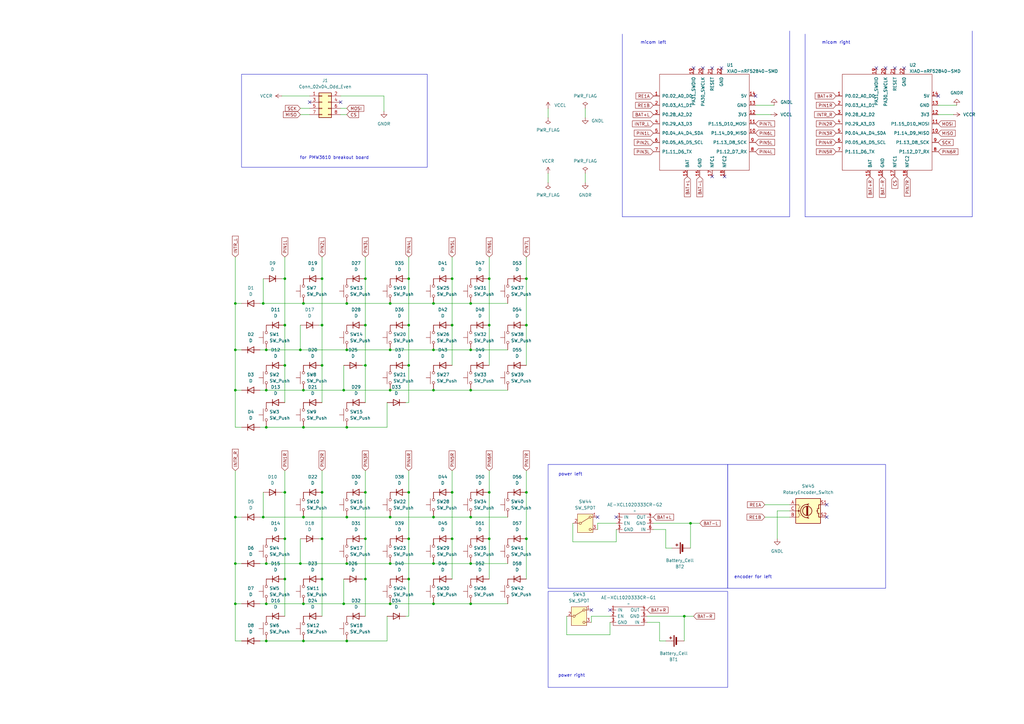
<source format=kicad_sch>
(kicad_sch (version 20250114) (generator "eeschema") (generator_version "9.0")
  (paper "A3")
  (rectangle (start 298.45 190.5) (end 363.22 241.3))
  (rectangle (start 224.79 190.5) (end 298.45 241.3))
  (rectangle (start 99.06 30.48) (end 175.26 68.58))
  (rectangle (start 224.79 242.57) (end 298.45 281.94))
  (text "for PMW3610 breakout board\n" (at 137.16 64.77 0) (effects (font (size 1.27 1.27))))
  (text "encoder for left\n" (at 308.864 236.728 0) (effects (font (size 1.27 1.27))))
  (text "micom right\n" (exclude_from_sim yes) (at 342.9 17.526 0) (effects (font (size 1.27 1.27))))
  (text "power left\n" (at 233.934 194.564 0) (effects (font (size 1.27 1.27))))
  (text "power right\n" (at 234.442 277.114 0) (effects (font (size 1.27 1.27))))
  (text "micom left\n" (exclude_from_sim yes) (at 267.97 17.526 0) (effects (font (size 1.27 1.27))))
  (junction (at 124.46 262.89))
  (junction (at 177.8 160.02))
  (junction (at 116.84 220.98))
  (junction (at 142.24 262.89))
  (junction (at 124.46 247.65))
  (junction (at 142.24 231.14))
  (junction (at 96.52 124.46))
  (junction (at 160.02 212.09))
  (junction (at 142.24 175.26))
  (junction (at 107.95 212.09))
  (junction (at 109.22 175.26))
  (junction (at 193.04 231.14))
  (junction (at 124.46 160.02))
  (junction (at 149.86 114.3))
  (junction (at 142.24 143.51))
  (junction (at 124.46 212.09))
  (junction (at 116.84 201.93))
  (junction (at 200.66 201.93))
  (junction (at 140.97 247.65))
  (junction (at 177.8 247.65))
  (junction (at 167.64 237.49))
  (junction (at 160.02 124.46))
  (junction (at 132.08 201.93))
  (junction (at 185.42 133.35))
  (junction (at 116.84 114.3))
  (junction (at 200.66 114.3))
  (junction (at 132.08 237.49))
  (junction (at 142.24 124.46))
  (junction (at 215.9 114.3))
  (junction (at 167.64 201.93))
  (junction (at 132.08 114.3))
  (junction (at 185.42 220.98))
  (junction (at 149.86 201.93))
  (junction (at 149.86 220.98))
  (junction (at 193.04 124.46))
  (junction (at 177.8 124.46))
  (junction (at 193.04 143.51))
  (junction (at 109.22 143.51))
  (junction (at 215.9 133.35))
  (junction (at 177.8 212.09))
  (junction (at 160.02 231.14))
  (junction (at 283.21 214.63))
  (junction (at 149.86 237.49))
  (junction (at 167.64 133.35))
  (junction (at 215.9 220.98))
  (junction (at 132.08 220.98))
  (junction (at 124.46 175.26))
  (junction (at 123.19 143.51))
  (junction (at 96.52 247.65))
  (junction (at 96.52 231.14))
  (junction (at 149.86 149.86))
  (junction (at 149.86 133.35))
  (junction (at 177.8 231.14))
  (junction (at 123.19 231.14))
  (junction (at 116.84 133.35))
  (junction (at 107.95 124.46))
  (junction (at 167.64 149.86))
  (junction (at 109.22 160.02))
  (junction (at 185.42 201.93))
  (junction (at 185.42 114.3))
  (junction (at 142.24 212.09))
  (junction (at 124.46 124.46))
  (junction (at 132.08 133.35))
  (junction (at 200.66 220.98))
  (junction (at 109.22 262.89))
  (junction (at 160.02 247.65))
  (junction (at 193.04 247.65))
  (junction (at 167.64 114.3))
  (junction (at 200.66 133.35))
  (junction (at 280.67 252.73))
  (junction (at 109.22 231.14))
  (junction (at 116.84 149.86))
  (junction (at 177.8 143.51))
  (junction (at 109.22 247.65))
  (junction (at 132.08 149.86))
  (junction (at 193.04 160.02))
  (junction (at 96.52 160.02))
  (junction (at 215.9 201.93))
  (junction (at 96.52 143.51))
  (junction (at 193.04 212.09))
  (junction (at 167.64 220.98))
  (junction (at 116.84 237.49))
  (junction (at 96.52 212.09))
  (junction (at 160.02 143.51))
  (junction (at 140.97 160.02))
  (junction (at 160.02 160.02))
  (no_connect (at 309.88 39.37))
  (no_connect (at 363.22 27.94))
  (no_connect (at 139.7 41.91))
  (no_connect (at 250.19 250.19))
  (no_connect (at 292.1 27.94))
  (no_connect (at 295.91 27.94))
  (no_connect (at 339.09 207.01))
  (no_connect (at 370.84 27.94))
  (no_connect (at 292.1 72.39))
  (no_connect (at 339.09 212.09))
  (no_connect (at 288.29 27.94))
  (no_connect (at 242.57 250.19))
  (no_connect (at 284.48 27.94))
  (no_connect (at 384.81 39.37))
  (no_connect (at 297.18 72.39))
  (no_connect (at 127 41.91))
  (no_connect (at 252.73 212.09))
  (no_connect (at 359.41 27.94))
  (no_connect (at 367.03 27.94))
  (no_connect (at 245.11 212.09))
  (wire (pts (xy 200.66 114.3) (xy 200.66 133.35)))
  (wire (pts (xy 273.05 224.79) (xy 275.59 224.79)))
  (wire (pts (xy 167.64 133.35) (xy 167.64 149.86)))
  (wire (pts (xy 270.51 262.89) (xy 270.51 255.27)))
  (wire (pts (xy 177.8 143.51) (xy 193.04 143.51)))
  (wire (pts (xy 313.69 212.09) (xy 323.85 212.09)))
  (wire (pts (xy 215.9 201.93) (xy 215.9 220.98)))
  (wire (pts (xy 200.66 133.35) (xy 200.66 149.86)))
  (wire (pts (xy 148.59 149.86) (xy 149.86 149.86)))
  (wire (pts (xy 96.52 231.14) (xy 99.06 231.14)))
  (wire (pts (xy 160.02 160.02) (xy 177.8 160.02)))
  (wire (pts (xy 124.46 160.02) (xy 140.97 160.02)))
  (wire (pts (xy 149.86 193.04) (xy 149.86 201.93)))
  (wire (pts (xy 240.03 71.12) (xy 240.03 74.93)))
  (wire (pts (xy 107.95 201.93) (xy 107.95 212.09)))
  (wire (pts (xy 284.48 252.73) (xy 280.67 252.73)))
  (wire (pts (xy 215.9 105.41) (xy 215.9 114.3)))
  (wire (pts (xy 96.52 143.51) (xy 96.52 160.02)))
  (wire (pts (xy 280.67 252.73) (xy 280.67 262.89)))
  (wire (pts (xy 185.42 114.3) (xy 185.42 133.35)))
  (wire (pts (xy 167.64 114.3) (xy 167.64 133.35)))
  (wire (pts (xy 149.86 114.3) (xy 149.86 133.35)))
  (wire (pts (xy 132.08 220.98) (xy 132.08 237.49)))
  (wire (pts (xy 250.19 260.35) (xy 232.41 260.35)))
  (wire (pts (xy 177.8 231.14) (xy 193.04 231.14)))
  (wire (pts (xy 116.84 193.04) (xy 116.84 201.93)))
  (wire (pts (xy 140.97 149.86) (xy 140.97 160.02)))
  (wire (pts (xy 116.84 237.49) (xy 116.84 252.73)))
  (wire (pts (xy 283.21 214.63) (xy 283.21 224.79)))
  (wire (pts (xy 160.02 231.14) (xy 177.8 231.14)))
  (wire (pts (xy 185.42 193.04) (xy 185.42 201.93)))
  (wire (pts (xy 106.68 143.51) (xy 109.22 143.51)))
  (wire (pts (xy 142.24 212.09) (xy 160.02 212.09)))
  (wire (pts (xy 224.79 48.26) (xy 224.79 44.45)))
  (wire (pts (xy 107.95 124.46) (xy 124.46 124.46)))
  (wire (pts (xy 149.86 149.86) (xy 149.86 165.1)))
  (wire (pts (xy 193.04 247.65) (xy 208.28 247.65)))
  (wire (pts (xy 115.57 39.37) (xy 127 39.37)))
  (wire (pts (xy 132.08 105.41) (xy 132.08 114.3)))
  (wire (pts (xy 149.86 237.49) (xy 149.86 252.73)))
  (wire (pts (xy 142.24 175.26) (xy 158.75 175.26)))
  (wire (pts (xy 287.02 214.63) (xy 283.21 214.63)))
  (wire (pts (xy 132.08 237.49) (xy 132.08 252.73)))
  (polyline (pts (xy 323.85 12.7) (xy 323.85 88.9)))
  (wire (pts (xy 200.66 193.04) (xy 200.66 201.93)))
  (wire (pts (xy 215.9 114.3) (xy 215.9 133.35)))
  (wire (pts (xy 96.52 143.51) (xy 99.06 143.51)))
  (wire (pts (xy 123.19 220.98) (xy 123.19 231.14)))
  (wire (pts (xy 167.64 220.98) (xy 167.64 237.49)))
  (wire (pts (xy 106.68 231.14) (xy 109.22 231.14)))
  (wire (pts (xy 116.84 133.35) (xy 116.84 149.86)))
  (wire (pts (xy 148.59 237.49) (xy 149.86 237.49)))
  (polyline (pts (xy 330.2 13.97) (xy 330.2 88.9)))
  (wire (pts (xy 200.66 105.41) (xy 200.66 114.3)))
  (wire (pts (xy 139.7 46.99) (xy 142.24 46.99)))
  (wire (pts (xy 149.86 133.35) (xy 149.86 149.86)))
  (wire (pts (xy 124.46 262.89) (xy 142.24 262.89)))
  (wire (pts (xy 193.04 124.46) (xy 208.28 124.46)))
  (wire (pts (xy 160.02 247.65) (xy 177.8 247.65)))
  (wire (pts (xy 309.88 46.99) (xy 316.23 46.99)))
  (wire (pts (xy 157.48 39.37) (xy 157.48 45.72)))
  (wire (pts (xy 167.64 149.86) (xy 167.64 165.1)))
  (polyline (pts (xy 255.27 88.9) (xy 323.85 88.9)))
  (wire (pts (xy 384.81 43.18) (xy 392.43 43.18)))
  (wire (pts (xy 142.24 143.51) (xy 160.02 143.51)))
  (wire (pts (xy 140.97 160.02) (xy 160.02 160.02)))
  (wire (pts (xy 273.05 217.17) (xy 267.97 217.17)))
  (wire (pts (xy 115.57 114.3) (xy 116.84 114.3)))
  (wire (pts (xy 96.52 262.89) (xy 99.06 262.89)))
  (wire (pts (xy 193.04 143.51) (xy 208.28 143.51)))
  (wire (pts (xy 200.66 201.93) (xy 200.66 220.98)))
  (wire (pts (xy 96.52 212.09) (xy 99.06 212.09)))
  (wire (pts (xy 116.84 105.41) (xy 116.84 114.3)))
  (wire (pts (xy 252.73 217.17) (xy 252.73 222.25)))
  (wire (pts (xy 106.68 124.46) (xy 107.95 124.46)))
  (wire (pts (xy 116.84 220.98) (xy 116.84 237.49)))
  (wire (pts (xy 250.19 252.73) (xy 242.57 252.73)))
  (wire (pts (xy 109.22 262.89) (xy 124.46 262.89)))
  (wire (pts (xy 160.02 212.09) (xy 177.8 212.09)))
  (wire (pts (xy 96.52 247.65) (xy 96.52 262.89)))
  (polyline (pts (xy 330.2 88.9) (xy 398.78 88.9)))
  (wire (pts (xy 270.51 262.89) (xy 273.05 262.89)))
  (wire (pts (xy 140.97 237.49) (xy 140.97 247.65)))
  (wire (pts (xy 123.19 231.14) (xy 142.24 231.14)))
  (wire (pts (xy 109.22 247.65) (xy 124.46 247.65)))
  (wire (pts (xy 234.95 222.25) (xy 234.95 214.63)))
  (wire (pts (xy 149.86 105.41) (xy 149.86 114.3)))
  (wire (pts (xy 177.8 124.46) (xy 193.04 124.46)))
  (wire (pts (xy 158.75 165.1) (xy 158.75 175.26)))
  (wire (pts (xy 106.68 160.02) (xy 109.22 160.02)))
  (wire (pts (xy 96.52 105.41) (xy 96.52 124.46)))
  (wire (pts (xy 160.02 143.51) (xy 177.8 143.51)))
  (wire (pts (xy 115.57 201.93) (xy 116.84 201.93)))
  (wire (pts (xy 132.08 133.35) (xy 132.08 149.86)))
  (wire (pts (xy 224.79 74.93) (xy 224.79 71.12)))
  (wire (pts (xy 116.84 201.93) (xy 116.84 220.98)))
  (wire (pts (xy 132.08 149.86) (xy 132.08 165.1)))
  (wire (pts (xy 318.77 209.55) (xy 318.77 220.98)))
  (wire (pts (xy 123.19 143.51) (xy 142.24 143.51)))
  (wire (pts (xy 96.52 212.09) (xy 96.52 231.14)))
  (wire (pts (xy 177.8 212.09) (xy 193.04 212.09)))
  (wire (pts (xy 323.85 209.55) (xy 318.77 209.55)))
  (wire (pts (xy 96.52 124.46) (xy 96.52 143.51)))
  (wire (pts (xy 185.42 220.98) (xy 185.42 237.49)))
  (wire (pts (xy 96.52 160.02) (xy 99.06 160.02)))
  (wire (pts (xy 309.88 43.18) (xy 317.5 43.18)))
  (wire (pts (xy 158.75 252.73) (xy 158.75 262.89)))
  (wire (pts (xy 132.08 114.3) (xy 132.08 133.35)))
  (wire (pts (xy 240.03 44.45) (xy 240.03 48.26)))
  (wire (pts (xy 252.73 222.25) (xy 234.95 222.25)))
  (wire (pts (xy 215.9 220.98) (xy 215.9 237.49)))
  (wire (pts (xy 116.84 149.86) (xy 116.84 165.1)))
  (wire (pts (xy 130.81 220.98) (xy 132.08 220.98)))
  (wire (pts (xy 96.52 124.46) (xy 99.06 124.46)))
  (wire (pts (xy 96.52 193.04) (xy 96.52 212.09)))
  (wire (pts (xy 106.68 247.65) (xy 109.22 247.65)))
  (wire (pts (xy 107.95 114.3) (xy 107.95 124.46)))
  (wire (pts (xy 96.52 231.14) (xy 96.52 247.65)))
  (wire (pts (xy 160.02 124.46) (xy 177.8 124.46)))
  (wire (pts (xy 280.67 252.73) (xy 265.43 252.73)))
  (wire (pts (xy 124.46 175.26) (xy 142.24 175.26)))
  (wire (pts (xy 139.7 39.37) (xy 157.48 39.37)))
  (wire (pts (xy 124.46 212.09) (xy 142.24 212.09)))
  (wire (pts (xy 132.08 201.93) (xy 132.08 220.98)))
  (wire (pts (xy 242.57 252.73) (xy 242.57 255.27)))
  (wire (pts (xy 106.68 262.89) (xy 109.22 262.89)))
  (wire (pts (xy 270.51 255.27) (xy 265.43 255.27)))
  (wire (pts (xy 107.95 212.09) (xy 124.46 212.09)))
  (wire (pts (xy 96.52 160.02) (xy 96.52 175.26)))
  (wire (pts (xy 106.68 175.26) (xy 109.22 175.26)))
  (wire (pts (xy 166.37 252.73) (xy 167.64 252.73)))
  (polyline (pts (xy 255.27 13.97) (xy 255.27 88.9)))
  (wire (pts (xy 109.22 175.26) (xy 124.46 175.26)))
  (wire (pts (xy 109.22 143.51) (xy 123.19 143.51)))
  (wire (pts (xy 215.9 133.35) (xy 215.9 149.86)))
  (wire (pts (xy 130.81 133.35) (xy 132.08 133.35)))
  (wire (pts (xy 273.05 224.79) (xy 273.05 217.17)))
  (wire (pts (xy 123.19 46.99) (xy 127 46.99)))
  (wire (pts (xy 124.46 124.46) (xy 142.24 124.46)))
  (wire (pts (xy 283.21 214.63) (xy 267.97 214.63)))
  (wire (pts (xy 245.11 214.63) (xy 245.11 217.17)))
  (wire (pts (xy 177.8 160.02) (xy 193.04 160.02)))
  (wire (pts (xy 124.46 247.65) (xy 140.97 247.65)))
  (wire (pts (xy 96.52 175.26) (xy 99.06 175.26)))
  (wire (pts (xy 142.24 231.14) (xy 160.02 231.14)))
  (wire (pts (xy 109.22 231.14) (xy 123.19 231.14)))
  (wire (pts (xy 149.86 220.98) (xy 149.86 237.49)))
  (wire (pts (xy 193.04 231.14) (xy 208.28 231.14)))
  (wire (pts (xy 140.97 247.65) (xy 160.02 247.65)))
  (wire (pts (xy 200.66 220.98) (xy 200.66 237.49)))
  (polyline (pts (xy 398.78 12.7) (xy 398.78 88.9)))
  (wire (pts (xy 96.52 247.65) (xy 99.06 247.65)))
  (wire (pts (xy 167.64 105.41) (xy 167.64 114.3)))
  (wire (pts (xy 142.24 124.46) (xy 160.02 124.46)))
  (wire (pts (xy 185.42 105.41) (xy 185.42 114.3)))
  (wire (pts (xy 109.22 160.02) (xy 124.46 160.02)))
  (wire (pts (xy 177.8 247.65) (xy 193.04 247.65)))
  (wire (pts (xy 193.04 160.02) (xy 208.28 160.02)))
  (wire (pts (xy 384.81 46.99) (xy 391.16 46.99)))
  (wire (pts (xy 142.24 262.89) (xy 158.75 262.89)))
  (wire (pts (xy 185.42 201.93) (xy 185.42 220.98)))
  (wire (pts (xy 313.69 207.01) (xy 323.85 207.01)))
  (wire (pts (xy 123.19 133.35) (xy 123.19 143.51)))
  (wire (pts (xy 167.64 201.93) (xy 167.64 220.98)))
  (wire (pts (xy 215.9 193.04) (xy 215.9 201.93)))
  (wire (pts (xy 185.42 133.35) (xy 185.42 149.86)))
  (wire (pts (xy 250.19 255.27) (xy 250.19 260.35)))
  (wire (pts (xy 252.73 214.63) (xy 245.11 214.63)))
  (wire (pts (xy 106.68 212.09) (xy 107.95 212.09)))
  (wire (pts (xy 232.41 260.35) (xy 232.41 252.73)))
  (wire (pts (xy 166.37 165.1) (xy 167.64 165.1)))
  (wire (pts (xy 193.04 212.09) (xy 208.28 212.09)))
  (wire (pts (xy 149.86 201.93) (xy 149.86 220.98)))
  (wire (pts (xy 116.84 114.3) (xy 116.84 133.35)))
  (wire (pts (xy 167.64 193.04) (xy 167.64 201.93)))
  (wire (pts (xy 139.7 44.45) (xy 142.24 44.45)))
  (wire (pts (xy 132.08 193.04) (xy 132.08 201.93)))
  (wire (pts (xy 167.64 237.49) (xy 167.64 252.73)))
  (wire (pts (xy 123.19 44.45) (xy 127 44.45)))
  (global_label "BAT-L" (shape input) (at 287.02 214.63 0) (property "Intersheetrefs" "${INTERSHEET_REFS}" (effects (hide yes))))
  (global_label "PIN2L" (shape input) (at 267.97 58.42 180) (property "Intersheetrefs" "${INTERSHEET_REFS}" (effects (hide yes))))
  (global_label "RE1A" (shape input) (at 267.97 39.37 180) (property "Intersheetrefs" "${INTERSHEET_REFS}" (effects (hide yes))))
  (global_label "MISO" (shape input) (at 123.19 46.99 180) (property "Intersheetrefs" "${INTERSHEET_REFS}" (effects (hide yes))))
  (global_label "PIN6R" (shape input) (at 384.81 62.23 0) (property "Intersheetrefs" "${INTERSHEET_REFS}" (effects (hide yes))))
  (global_label "PIN4R" (shape input) (at 342.9 58.42 180) (property "Intersheetrefs" "${INTERSHEET_REFS}" (effects (hide yes))))
  (global_label "BAT+L" (shape input) (at 267.97 212.09 0) (property "Intersheetrefs" "${INTERSHEET_REFS}" (effects (hide yes))))
  (global_label "INTR_R" (shape input) (at 342.9 46.99 180) (property "Intersheetrefs" "${INTERSHEET_REFS}" (effects (hide yes))))
  (global_label "PIN6L" (shape input) (at 309.88 54.61 0) (property "Intersheetrefs" "${INTERSHEET_REFS}" (effects (hide yes))))
  (global_label "PIN1L" (shape input) (at 116.84 105.41 90) (property "Intersheetrefs" "${INTERSHEET_REFS}" (effects (hide yes))))
  (global_label "PIN4R" (shape input) (at 167.64 193.04 90) (property "Intersheetrefs" "${INTERSHEET_REFS}" (effects (hide yes))))
  (global_label "MOSI" (shape input) (at 384.81 50.8 0) (property "Intersheetrefs" "${INTERSHEET_REFS}" (effects (hide yes))))
  (global_label "MOSI" (shape input) (at 142.24 44.45 0) (property "Intersheetrefs" "${INTERSHEET_REFS}" (effects (hide yes))))
  (global_label "RE1B" (shape input) (at 313.69 212.09 180) (property "Intersheetrefs" "${INTERSHEET_REFS}" (effects (hide yes))))
  (global_label "BAT-R" (shape input) (at 361.95 72.39 270) (property "Intersheetrefs" "${INTERSHEET_REFS}" (effects (hide yes))))
  (global_label "PIN6L" (shape input) (at 200.66 105.41 90) (property "Intersheetrefs" "${INTERSHEET_REFS}" (effects (hide yes))))
  (global_label "INTR_L" (shape input) (at 96.52 105.41 90) (property "Intersheetrefs" "${INTERSHEET_REFS}" (effects (hide yes))))
  (global_label "PIN1R" (shape input) (at 342.9 43.18 180) (property "Intersheetrefs" "${INTERSHEET_REFS}" (effects (hide yes))))
  (global_label "BAT-R" (shape input) (at 284.48 252.73 0) (property "Intersheetrefs" "${INTERSHEET_REFS}" (effects (hide yes))))
  (global_label "BAT-L" (shape input) (at 287.02 72.39 270) (property "Intersheetrefs" "${INTERSHEET_REFS}" (effects (hide yes))))
  (global_label "PIN2L" (shape input) (at 132.08 105.41 90) (property "Intersheetrefs" "${INTERSHEET_REFS}" (effects (hide yes))))
  (global_label "PIN3L" (shape input) (at 267.97 62.23 180) (property "Intersheetrefs" "${INTERSHEET_REFS}" (effects (hide yes))))
  (global_label "BAT+R" (shape input) (at 342.9 39.37 180) (property "Intersheetrefs" "${INTERSHEET_REFS}" (effects (hide yes))))
  (global_label "BAT+R" (shape input) (at 265.43 250.19 0) (property "Intersheetrefs" "${INTERSHEET_REFS}" (effects (hide yes))))
  (global_label "BAT+L" (shape input) (at 281.94 72.39 270) (property "Intersheetrefs" "${INTERSHEET_REFS}" (effects (hide yes))))
  (global_label "PIN5L" (shape input) (at 309.88 58.42 0) (property "Intersheetrefs" "${INTERSHEET_REFS}" (effects (hide yes))))
  (global_label "CS" (shape input) (at 367.03 72.39 270) (property "Intersheetrefs" "${INTERSHEET_REFS}" (effects (hide yes))))
  (global_label "PIN5L" (shape input) (at 185.42 105.41 90) (property "Intersheetrefs" "${INTERSHEET_REFS}" (effects (hide yes))))
  (global_label "SCK" (shape input) (at 384.81 58.42 0) (property "Intersheetrefs" "${INTERSHEET_REFS}" (effects (hide yes))))
  (global_label "PIN1L" (shape input) (at 267.97 54.61 180) (property "Intersheetrefs" "${INTERSHEET_REFS}" (effects (hide yes))))
  (global_label "INTR_L" (shape input) (at 267.97 50.8 180) (property "Intersheetrefs" "${INTERSHEET_REFS}" (effects (hide yes))))
  (global_label "PIN7R" (shape input) (at 372.11 72.39 270) (property "Intersheetrefs" "${INTERSHEET_REFS}" (effects (hide yes))))
  (global_label "PIN5R" (shape input) (at 342.9 62.23 180) (property "Intersheetrefs" "${INTERSHEET_REFS}" (effects (hide yes))))
  (global_label "PIN2R" (shape input) (at 132.08 193.04 90) (property "Intersheetrefs" "${INTERSHEET_REFS}" (effects (hide yes))))
  (global_label "PIN3R" (shape input) (at 149.86 193.04 90) (property "Intersheetrefs" "${INTERSHEET_REFS}" (effects (hide yes))))
  (global_label "PIN3R" (shape input) (at 342.9 54.61 180) (property "Intersheetrefs" "${INTERSHEET_REFS}" (effects (hide yes))))
  (global_label "BAT+R" (shape input) (at 356.87 72.39 270) (property "Intersheetrefs" "${INTERSHEET_REFS}" (effects (hide yes))))
  (global_label "PIN4L" (shape input) (at 309.88 62.23 0) (property "Intersheetrefs" "${INTERSHEET_REFS}" (effects (hide yes))))
  (global_label "PIN4L" (shape input) (at 167.64 105.41 90) (property "Intersheetrefs" "${INTERSHEET_REFS}" (effects (hide yes))))
  (global_label "PIN7L" (shape input) (at 309.88 50.8 0) (property "Intersheetrefs" "${INTERSHEET_REFS}" (effects (hide yes))))
  (global_label "PIN6R" (shape input) (at 200.66 193.04 90) (property "Intersheetrefs" "${INTERSHEET_REFS}" (effects (hide yes))))
  (global_label "SCK" (shape input) (at 123.19 44.45 180) (property "Intersheetrefs" "${INTERSHEET_REFS}" (effects (hide yes))))
  (global_label "RE1A" (shape input) (at 313.69 207.01 180) (property "Intersheetrefs" "${INTERSHEET_REFS}" (effects (hide yes))))
  (global_label "PIN3L" (shape input) (at 149.86 105.41 90) (property "Intersheetrefs" "${INTERSHEET_REFS}" (effects (hide yes))))
  (global_label "MISO" (shape input) (at 384.81 54.61 0) (property "Intersheetrefs" "${INTERSHEET_REFS}" (effects (hide yes))))
  (global_label "CS" (shape input) (at 142.24 46.99 0) (property "Intersheetrefs" "${INTERSHEET_REFS}" (effects (hide yes))))
  (global_label "INTR_R" (shape input) (at 96.52 193.04 90) (property "Intersheetrefs" "${INTERSHEET_REFS}" (effects (hide yes))))
  (global_label "PIN5R" (shape input) (at 185.42 193.04 90) (property "Intersheetrefs" "${INTERSHEET_REFS}" (effects (hide yes))))
  (global_label "PIN1R" (shape input) (at 116.84 193.04 90) (property "Intersheetrefs" "${INTERSHEET_REFS}" (effects (hide yes))))
  (global_label "RE1B" (shape input) (at 267.97 43.18 180) (property "Intersheetrefs" "${INTERSHEET_REFS}" (effects (hide yes))))
  (global_label "PIN7R" (shape input) (at 215.9 193.04 90) (property "Intersheetrefs" "${INTERSHEET_REFS}" (effects (hide yes))))
  (global_label "BAT+L" (shape input) (at 267.97 46.99 180) (property "Intersheetrefs" "${INTERSHEET_REFS}" (effects (hide yes))))
  (global_label "PIN2R" (shape input) (at 342.9 50.8 180) (property "Intersheetrefs" "${INTERSHEET_REFS}" (effects (hide yes))))
  (global_label "PIN7L" (shape input) (at 215.9 105.41 90) (property "Intersheetrefs" "${INTERSHEET_REFS}" (effects (hide yes))))
  (symbol (lib_id "xiao:XIAO-nRF52840-SMD") (at 289.56 50.8 0) (unit 1)
    (property "Reference" "U1" (at 298.0533 26.67 0) (effects (justify left)))
    (property "Value" "XIAO-nRF52840-SMD" (at 298.0533 29.21 0) (effects (justify left)))
    (property "Footprint" "xiao:XIAO-nRF52840-SMD" (effects (hide yes)))
  )
  (symbol (lib_id "Device:D") (at 196.85 149.86 0) (unit 1)
    (property "Reference" "D49" (at 196.85 143.51 0))
    (property "Value" "D" (at 196.85 146.05 0))
    (property "Footprint" "kbd_Parts:Diode_SMD" (effects (hide yes)))
    (property "Description" "Diode" (effects (hide yes)))
    (property "Sim.Device" "D" (effects (hide yes)))
    (property "Sim.Pins" "1=K 2=A" (effects (hide yes)))
  )
  (symbol (lib_id "Device:D") (at 181.61 133.35 0) (unit 1)
    (property "Reference" "D42" (at 181.61 127 0))
    (property "Value" "D" (at 181.61 129.54 0))
    (property "Footprint" "kbd_Parts:Diode_SMD" (effects (hide yes)))
    (property "Description" "Diode" (effects (hide yes)))
    (property "Sim.Device" "D" (effects (hide yes)))
    (property "Sim.Pins" "1=K 2=A" (effects (hide yes)))
  )
  (symbol (lib_id "Device:D") (at 162.56 252.73 180) (unit 1)
    (property "Reference" "D34" (at 162.56 246.38 0))
    (property "Value" "D" (at 162.56 248.92 0))
    (property "Footprint" "kbd_Parts:Diode_SMD" (effects (hide yes)))
    (property "Description" "Diode" (effects (hide yes)))
    (property "Sim.Device" "D" (effects (hide yes)))
    (property "Sim.Pins" "1=K 2=A" (effects (hide yes)))
  )
  (symbol (lib_id "Switch:SW_Push") (at 208.28 226.06 90) (unit 1)
    (property "Reference" "SW41" (at 209.55 224.7899 90) (effects (justify right)))
    (property "Value" "SW_Push" (at 209.55 227.3299 90) (effects (justify right)))
    (property "Footprint" "kicad-lib:Choc_v2_Hotswap_1u_16.6" (effects (hide yes)))
    (property "Description" "Push button switch, generic, two pins" (effects (hide yes)))
  )
  (symbol (lib_id "Device:D") (at 113.03 252.73 0) (unit 1)
    (property "Reference" "D16" (at 113.03 246.38 0))
    (property "Value" "D" (at 113.03 248.92 0))
    (property "Footprint" "kbd_Parts:Diode_SMD" (effects (hide yes)))
    (property "Description" "Diode" (effects (hide yes)))
    (property "Sim.Device" "D" (effects (hide yes)))
    (property "Sim.Pins" "1=K 2=A" (effects (hide yes)))
  )
  (symbol (lib_id "Device:D") (at 128.27 165.1 0) (unit 1)
    (property "Reference" "D21" (at 128.27 158.75 0))
    (property "Value" "D" (at 128.27 161.29 0))
    (property "Footprint" "kbd_Parts:Diode_SMD" (effects (hide yes)))
    (property "Description" "Diode" (effects (hide yes)))
    (property "Sim.Device" "D" (effects (hide yes)))
    (property "Sim.Pins" "1=K 2=A" (effects (hide yes)))
  )
  (symbol (lib_id "Device:D") (at 181.61 201.93 0) (unit 1)
    (property "Reference" "D44" (at 181.61 195.58 0))
    (property "Value" "D" (at 181.61 198.12 0))
    (property "Footprint" "kbd_Parts:Diode_SMD" (effects (hide yes)))
    (property "Description" "Diode" (effects (hide yes)))
    (property "Sim.Device" "D" (effects (hide yes)))
    (property "Sim.Pins" "1=K 2=A" (effects (hide yes)))
  )
  (symbol (lib_id "Device:D") (at 196.85 133.35 0) (unit 1)
    (property "Reference" "D48" (at 196.85 127 0))
    (property "Value" "D" (at 196.85 129.54 0))
    (property "Footprint" "kbd_Parts:Diode_SMD" (effects (hide yes)))
    (property "Description" "Diode" (effects (hide yes)))
    (property "Sim.Device" "D" (effects (hide yes)))
    (property "Sim.Pins" "1=K 2=A" (effects (hide yes)))
  )
  (symbol (lib_id "Switch:SW_Push") (at 177.8 154.94 90) (unit 1)
    (property "Reference" "SW27" (at 179.07 153.6699 90) (effects (justify right)))
    (property "Value" "SW_Push" (at 179.07 156.2099 90) (effects (justify right)))
    (property "Footprint" "kicad-lib:Choc_v2_Hotswap_1u_16.6" (effects (hide yes)))
    (property "Description" "Push button switch, generic, two pins" (effects (hide yes)))
  )
  (symbol (lib_id "Device:D") (at 146.05 133.35 0) (unit 1)
    (property "Reference" "D28" (at 146.05 127 0))
    (property "Value" "D" (at 146.05 129.54 0))
    (property "Footprint" "kbd_Parts:Diode_SMD" (effects (hide yes)))
    (property "Description" "Diode" (effects (hide yes)))
    (property "Sim.Device" "D" (effects (hide yes)))
    (property "Sim.Pins" "1=K 2=A" (effects (hide yes)))
  )
  (symbol (lib_id "Switch:SW_Push") (at 109.22 170.18 90) (unit 1)
    (property "Reference" "SW3" (at 110.49 168.9099 90) (effects (justify right)))
    (property "Value" "SW_Push" (at 110.49 171.4499 90) (effects (justify right)))
    (property "Footprint" "kicad-lib:Choc_v2_Hotswap_1u_16.6" (effects (hide yes)))
    (property "Description" "Push button switch, generic, two pins" (effects (hide yes)))
  )
  (symbol (lib_id "Switch:SW_Push") (at 177.8 119.38 90) (unit 1)
    (property "Reference" "SW25" (at 179.07 118.1099 90) (effects (justify right)))
    (property "Value" "SW_Push" (at 179.07 120.6499 90) (effects (justify right)))
    (property "Footprint" "kicad-lib:Choc_v2_Hotswap_1u_16.6" (effects (hide yes)))
    (property "Description" "Push button switch, generic, two pins" (effects (hide yes)))
  )
  (symbol (lib_id "Device:D") (at 163.83 114.3 0) (unit 1)
    (property "Reference" "D35" (at 163.83 107.95 0))
    (property "Value" "D" (at 163.83 110.49 0))
    (property "Footprint" "kbd_Parts:Diode_SMD" (effects (hide yes)))
    (property "Description" "Diode" (effects (hide yes)))
    (property "Sim.Device" "D" (effects (hide yes)))
    (property "Sim.Pins" "1=K 2=A" (effects (hide yes)))
  )
  (symbol (lib_id "Switch:SW_Push") (at 193.04 226.06 90) (unit 1)
    (property "Reference" "SW35" (at 194.31 224.7899 90) (effects (justify right)))
    (property "Value" "SW_Push" (at 194.31 227.3299 90) (effects (justify right)))
    (property "Footprint" "kicad-lib:Choc_v2_Hotswap_1u_16.6" (effects (hide yes)))
    (property "Description" "Push button switch, generic, two pins" (effects (hide yes)))
  )
  (symbol (lib_id "Device:D") (at 102.87 231.14 0) (unit 1)
    (property "Reference" "D6" (at 102.87 224.79 0))
    (property "Value" "D" (at 102.87 227.33 0))
    (property "Footprint" "kbd_Parts:Diode_SMD" (effects (hide yes)))
    (property "Description" "Diode" (effects (hide yes)))
    (property "Sim.Device" "D" (effects (hide yes)))
    (property "Sim.Pins" "1=K 2=A" (effects (hide yes)))
  )
  (symbol (lib_id "power:VCC") (at 224.79 44.45 0) (unit 1)
    (property "Reference" "#PWR01" (effects (hide yes)))
    (property "Value" "VCCL" (at 227.33 43.1799 0) (effects (justify left)))
    (property "Description" "Power symbol creates a global label with name \"VCC\"" (effects (hide yes)))
  )
  (symbol (lib_id "Switch:SW_Push") (at 177.8 242.57 90) (unit 1)
    (property "Reference" "SW30" (at 179.07 241.2999 90) (effects (justify right)))
    (property "Value" "SW_Push" (at 179.07 243.8399 90) (effects (justify right)))
    (property "Footprint" "kicad-lib:Choc_v2_Hotswap_1u_16.6" (effects (hide yes)))
    (property "Description" "Push button switch, generic, two pins" (effects (hide yes)))
  )
  (symbol (lib_id "Switch:SW_Push") (at 193.04 154.94 90) (unit 1)
    (property "Reference" "SW33" (at 194.31 153.6699 90) (effects (justify right)))
    (property "Value" "SW_Push" (at 194.31 156.2099 90) (effects (justify right)))
    (property "Footprint" "kicad-lib:Choc_v2_Hotswap_1u_16.6" (effects (hide yes)))
    (property "Description" "Push button switch, generic, two pins" (effects (hide yes)))
  )
  (symbol (lib_id "Device:D") (at 163.83 201.93 0) (unit 1)
    (property "Reference" "D38" (at 163.83 195.58 0))
    (property "Value" "D" (at 163.83 198.12 0))
    (property "Footprint" "kbd_Parts:Diode_SMD" (effects (hide yes)))
    (property "Description" "Diode" (effects (hide yes)))
    (property "Sim.Device" "D" (effects (hide yes)))
    (property "Sim.Pins" "1=K 2=A" (effects (hide yes)))
  )
  (symbol (lib_id "Device:D") (at 102.87 247.65 0) (unit 1)
    (property "Reference" "D7" (at 102.87 241.3 0))
    (property "Value" "D" (at 102.87 243.84 0))
    (property "Footprint" "kbd_Parts:Diode_SMD" (effects (hide yes)))
    (property "Description" "Diode" (effects (hide yes)))
    (property "Sim.Device" "D" (effects (hide yes)))
    (property "Sim.Pins" "1=K 2=A" (effects (hide yes)))
  )
  (symbol (lib_id "Device:D") (at 196.85 201.93 0) (unit 1)
    (property "Reference" "D50" (at 196.85 195.58 0))
    (property "Value" "D" (at 196.85 198.12 0))
    (property "Footprint" "kbd_Parts:Diode_SMD" (effects (hide yes)))
    (property "Description" "Diode" (effects (hide yes)))
    (property "Sim.Device" "D" (effects (hide yes)))
    (property "Sim.Pins" "1=K 2=A" (effects (hide yes)))
  )
  (symbol (lib_id "Device:D") (at 212.09 201.93 0) (unit 1)
    (property "Reference" "D56" (at 212.09 195.58 0))
    (property "Value" "D" (at 212.09 198.12 0))
    (property "Footprint" "kbd_Parts:Diode_SMD" (effects (hide yes)))
    (property "Description" "Diode" (effects (hide yes)))
    (property "Sim.Device" "D" (effects (hide yes)))
    (property "Sim.Pins" "1=K 2=A" (effects (hide yes)))
  )
  (symbol (lib_id "Device:D") (at 111.76 114.3 180) (unit 1)
    (property "Reference" "D9" (at 111.76 107.95 0))
    (property "Value" "D" (at 111.76 110.49 0))
    (property "Footprint" "kbd_Parts:Diode_SMD" (effects (hide yes)))
    (property "Description" "Diode" (effects (hide yes)))
    (property "Sim.Device" "D" (effects (hide yes)))
    (property "Sim.Pins" "1=K 2=A" (effects (hide yes)))
  )
  (symbol (lib_id "Switch:SW_Push") (at 124.46 119.38 90) (unit 1)
    (property "Reference" "SW7" (at 125.73 118.1099 90) (effects (justify right)))
    (property "Value" "SW_Push" (at 125.73 120.6499 90) (effects (justify right)))
    (property "Footprint" "kicad-lib:Choc_v2_Hotswap_1u_16.6" (effects (hide yes)))
    (property "Description" "Push button switch, generic, two pins" (effects (hide yes)))
  )
  (symbol (lib_id "Device:RotaryEncoder_Switch") (at 331.47 209.55 0) (unit 1)
    (property "Reference" "SW45" (at 331.47 199.39 0))
    (property "Value" "RotaryEncoder_Switch" (at 331.47 201.93 0))
    (property "Footprint" "kbd_Parts:RotaryEncoder_EC12E" (effects (hide yes)))
    (property "Description" "Rotary encoder, dual channel, incremental quadrate outputs, with switch" (effects (hide yes)))
  )
  (symbol (lib_id "Device:D") (at 127 220.98 180) (unit 1)
    (property "Reference" "D18" (at 127 214.63 0))
    (property "Value" "D" (at 127 217.17 0))
    (property "Footprint" "kbd_Parts:Diode_SMD" (effects (hide yes)))
    (property "Description" "Diode" (effects (hide yes)))
    (property "Sim.Device" "D" (effects (hide yes)))
    (property "Sim.Pins" "1=K 2=A" (effects (hide yes)))
  )
  (symbol (lib_id "Switch:SW_Push") (at 124.46 154.94 90) (unit 1)
    (property "Reference" "SW8" (at 125.73 153.6699 90) (effects (justify right)))
    (property "Value" "SW_Push" (at 125.73 156.2099 90) (effects (justify right)))
    (property "Footprint" "kicad-lib:Choc_v2_Hotswap_1u_16.6" (effects (hide yes)))
    (property "Description" "Push button switch, generic, two pins" (effects (hide yes)))
  )
  (symbol (lib_id "Switch:SW_Push") (at 193.04 119.38 90) (unit 1)
    (property "Reference" "SW31" (at 194.31 118.1099 90) (effects (justify right)))
    (property "Value" "SW_Push" (at 194.31 120.6499 90) (effects (justify right)))
    (property "Footprint" "kicad-lib:Choc_v2_Hotswap_1u_16.6" (effects (hide yes)))
    (property "Description" "Push button switch, generic, two pins" (effects (hide yes)))
  )
  (symbol (lib_id "power:VCC") (at 391.16 46.99 270) (unit 1)
    (property "Reference" "#PWR08" (effects (hide yes)))
    (property "Value" "VCCR" (at 394.97 46.9899 90) (effects (justify left)))
    (property "Description" "Power symbol creates a global label with name \"VCC\"" (effects (hide yes)))
  )
  (symbol (lib_id "power:PWR_FLAG") (at 224.79 74.93 180) (unit 1)
    (property "Reference" "#FLG02" (effects (hide yes)))
    (property "Value" "PWR_FLAG" (at 224.79 80.01 0))
    (property "Description" "Special symbol for telling ERC where power comes from" (effects (hide yes)))
  )
  (symbol (lib_id "Device:D") (at 196.85 114.3 0) (unit 1)
    (property "Reference" "D47" (at 196.85 107.95 0))
    (property "Value" "D" (at 196.85 110.49 0))
    (property "Footprint" "kbd_Parts:Diode_SMD" (effects (hide yes)))
    (property "Description" "Diode" (effects (hide yes)))
    (property "Sim.Device" "D" (effects (hide yes)))
    (property "Sim.Pins" "1=K 2=A" (effects (hide yes)))
  )
  (symbol (lib_id "Device:D") (at 128.27 237.49 0) (unit 1)
    (property "Reference" "D23" (at 128.27 231.14 0))
    (property "Value" "D" (at 128.27 233.68 0))
    (property "Footprint" "kbd_Parts:Diode_SMD" (effects (hide yes)))
    (property "Description" "Diode" (effects (hide yes)))
    (property "Sim.Device" "D" (effects (hide yes)))
    (property "Sim.Pins" "1=K 2=A" (effects (hide yes)))
  )
  (symbol (lib_id "Device:D") (at 102.87 212.09 0) (unit 1)
    (property "Reference" "D5" (at 102.87 205.74 0))
    (property "Value" "D" (at 102.87 208.28 0))
    (property "Footprint" "kbd_Parts:Diode_SMD" (effects (hide yes)))
    (property "Description" "Diode" (effects (hide yes)))
    (property "Sim.Device" "D" (effects (hide yes)))
    (property "Sim.Pins" "1=K 2=A" (effects (hide yes)))
  )
  (symbol (lib_id "Switch:SW_Push") (at 177.8 207.01 90) (unit 1)
    (property "Reference" "SW28" (at 179.07 205.7399 90) (effects (justify right)))
    (property "Value" "SW_Push" (at 179.07 208.2799 90) (effects (justify right)))
    (property "Footprint" "kicad-lib:Choc_v2_Hotswap_1u_16.6" (effects (hide yes)))
    (property "Description" "Push button switch, generic, two pins" (effects (hide yes)))
  )
  (symbol (lib_id "Switch:SW_Push") (at 208.28 154.94 90) (unit 1)
    (property "Reference" "SW39" (at 209.55 153.6699 90) (effects (justify right)))
    (property "Value" "SW_Push" (at 209.55 156.2099 90) (effects (justify right)))
    (property "Footprint" "kicad-lib:Choc_v2_Hotswap_1u_16.6" (effects (hide yes)))
    (property "Description" "Push button switch, generic, two pins" (effects (hide yes)))
  )
  (symbol (lib_id "Switch:SW_Push") (at 109.22 138.43 90) (unit 1)
    (property "Reference" "SW1" (at 110.49 137.1599 90) (effects (justify right)))
    (property "Value" "SW_Push" (at 110.49 139.6999 90) (effects (justify right)))
    (property "Footprint" "kicad-lib:Choc_v2_Hotswap_1u_16.6" (effects (hide yes)))
    (property "Description" "Push button switch, generic, two pins" (effects (hide yes)))
  )
  (symbol (lib_id "Device:D") (at 113.03 237.49 0) (unit 1)
    (property "Reference" "D15" (at 113.03 231.14 0))
    (property "Value" "D" (at 113.03 233.68 0))
    (property "Footprint" "kbd_Parts:Diode_SMD" (effects (hide yes)))
    (property "Description" "Diode" (effects (hide yes)))
    (property "Sim.Device" "D" (effects (hide yes)))
    (property "Sim.Pins" "1=K 2=A" (effects (hide yes)))
  )
  (symbol (lib_id "Switch:SW_Push") (at 109.22 242.57 90) (unit 1)
    (property "Reference" "SW5" (at 110.49 241.2999 90) (effects (justify right)))
    (property "Value" "SW_Push" (at 110.49 243.8399 90) (effects (justify right)))
    (property "Footprint" "kicad-lib:Choc_v2_Hotswap_1u_16.6" (effects (hide yes)))
    (property "Description" "Push button switch, generic, two pins" (effects (hide yes)))
  )
  (symbol (lib_id "Device:D") (at 163.83 133.35 0) (unit 1)
    (property "Reference" "D36" (at 163.83 127 0))
    (property "Value" "D" (at 163.83 129.54 0))
    (property "Footprint" "kbd_Parts:Diode_SMD" (effects (hide yes)))
    (property "Description" "Diode" (effects (hide yes)))
    (property "Sim.Device" "D" (effects (hide yes)))
    (property "Sim.Pins" "1=K 2=A" (effects (hide yes)))
  )
  (symbol (lib_id "Device:D") (at 163.83 220.98 0) (unit 1)
    (property "Reference" "D39" (at 163.83 214.63 0))
    (property "Value" "D" (at 163.83 217.17 0))
    (property "Footprint" "kbd_Parts:Diode_SMD" (effects (hide yes)))
    (property "Description" "Diode" (effects (hide yes)))
    (property "Sim.Device" "D" (effects (hide yes)))
    (property "Sim.Pins" "1=K 2=A" (effects (hide yes)))
  )
  (symbol (lib_id "Switch:SW_Push") (at 160.02 226.06 90) (unit 1)
    (property "Reference" "SW23" (at 161.29 224.7899 90) (effects (justify right)))
    (property "Value" "SW_Push" (at 161.29 227.3299 90) (effects (justify right)))
    (property "Footprint" "kicad-lib:Choc_v2_Hotswap_1u_16.6" (effects (hide yes)))
    (property "Description" "Push button switch, generic, two pins" (effects (hide yes)))
  )
  (symbol (lib_id "Switch:SW_SPDT") (at 237.49 252.73 0) (unit 1)
    (property "Reference" "SW43" (at 237.49 243.84 0))
    (property "Value" "SW_SPDT" (at 237.49 246.38 0))
    (property "Footprint" "kbd_Parts:TGSW_MSK-12D19" (effects (hide yes)))
    (property "Description" "Switch, single pole double throw" (effects (hide yes)))
  )
  (symbol (lib_id "power:GND") (at 240.03 74.93 0) (unit 1)
    (property "Reference" "#PWR04" (effects (hide yes)))
    (property "Value" "GNDR" (at 240.03 80.01 0))
    (property "Description" "Power symbol creates a global label with name \"GND\" , ground" (effects (hide yes)))
  )
  (symbol (lib_id "power:PWR_FLAG") (at 240.03 71.12 0) (unit 1)
    (property "Reference" "#FLG04" (effects (hide yes)))
    (property "Value" "PWR_FLAG" (at 240.03 66.04 0))
    (property "Description" "Special symbol for telling ERC where power comes from" (effects (hide yes)))
  )
  (symbol (lib_id "Device:D") (at 212.09 133.35 0) (unit 1)
    (property "Reference" "D54" (at 212.09 127 0))
    (property "Value" "D" (at 212.09 129.54 0))
    (property "Footprint" "kbd_Parts:Diode_SMD" (effects (hide yes)))
    (property "Description" "Diode" (effects (hide yes)))
    (property "Sim.Device" "D" (effects (hide yes)))
    (property "Sim.Pins" "1=K 2=A" (effects (hide yes)))
  )
  (symbol (lib_id "Device:Battery_Cell") (at 280.67 224.79 90) (unit 1)
    (property "Reference" "BT2" (at 278.8285 232.41 90))
    (property "Value" "Battery_Cell" (at 278.8285 229.87 90))
    (property "Footprint" "Battery:BatteryHolder_Keystone_2460_1xAA" (effects (hide yes)))
    (property "Description" "Single-cell battery" (effects (hide yes)))
  )
  (symbol (lib_id "Device:D") (at 102.87 175.26 0) (unit 1)
    (property "Reference" "D4" (at 102.87 168.91 0))
    (property "Value" "D" (at 102.87 171.45 0))
    (property "Footprint" "kbd_Parts:Diode_SMD" (effects (hide yes)))
    (property "Description" "Diode" (effects (hide yes)))
    (property "Sim.Device" "D" (effects (hide yes)))
    (property "Sim.Pins" "1=K 2=A" (effects (hide yes)))
  )
  (symbol (lib_id "Switch:SW_Push") (at 142.24 119.38 90) (unit 1)
    (property "Reference" "SW13" (at 143.51 118.1099 90) (effects (justify right)))
    (property "Value" "SW_Push" (at 143.51 120.6499 90) (effects (justify right)))
    (property "Footprint" "kicad-lib:Choc_v2_Hotswap_1u_16.6" (effects (hide yes)))
    (property "Description" "Push button switch, generic, two pins" (effects (hide yes)))
  )
  (symbol (lib_id "Switch:SW_Push") (at 124.46 257.81 90) (unit 1)
    (property "Reference" "SW12" (at 125.73 256.5399 90) (effects (justify right)))
    (property "Value" "SW_Push" (at 125.73 259.0799 90) (effects (justify right)))
    (property "Footprint" "kicad-lib:Choc_v2_Hotswap_1u_16.6" (effects (hide yes)))
    (property "Description" "Push button switch, generic, two pins" (effects (hide yes)))
  )
  (symbol (lib_id "Switch:SW_Push") (at 160.02 138.43 90) (unit 1)
    (property "Reference" "SW20" (at 161.29 137.1599 90) (effects (justify right)))
    (property "Value" "SW_Push" (at 161.29 139.6999 90) (effects (justify right)))
    (property "Footprint" "kicad-lib:Choc_v2_Hotswap_1u_16.6" (effects (hide yes)))
    (property "Description" "Push button switch, generic, two pins" (effects (hide yes)))
  )
  (symbol (lib_id "Device:D") (at 113.03 220.98 0) (unit 1)
    (property "Reference" "D14" (at 113.03 214.63 0))
    (property "Value" "D" (at 113.03 217.17 0))
    (property "Footprint" "kbd_Parts:Diode_SMD" (effects (hide yes)))
    (property "Description" "Diode" (effects (hide yes)))
    (property "Sim.Device" "D" (effects (hide yes)))
    (property "Sim.Pins" "1=K 2=A" (effects (hide yes)))
  )
  (symbol (lib_id "Switch:SW_Push") (at 208.28 138.43 90) (unit 1)
    (property "Reference" "SW38" (at 209.55 137.1599 90) (effects (justify right)))
    (property "Value" "SW_Push" (at 209.55 139.6999 90) (effects (justify right)))
    (property "Footprint" "kicad-lib:Choc_v2_Hotswap_1u_16.6" (effects (hide yes)))
    (property "Description" "Push button switch, generic, two pins" (effects (hide yes)))
  )
  (symbol (lib_id "Device:D") (at 212.09 220.98 0) (unit 1)
    (property "Reference" "D57" (at 212.09 214.63 0))
    (property "Value" "D" (at 212.09 217.17 0))
    (property "Footprint" "kbd_Parts:Diode_SMD" (effects (hide yes)))
    (property "Description" "Diode" (effects (hide yes)))
    (property "Sim.Device" "D" (effects (hide yes)))
    (property "Sim.Pins" "1=K 2=A" (effects (hide yes)))
  )
  (symbol (lib_id "Switch:SW_Push") (at 193.04 242.57 90) (unit 1)
    (property "Reference" "SW36" (at 194.31 241.2999 90) (effects (justify right)))
    (property "Value" "SW_Push" (at 194.31 243.8399 90) (effects (justify right)))
    (property "Footprint" "kicad-lib:Choc_v2_Hotswap_1u_16.6" (effects (hide yes)))
    (property "Description" "Push button switch, generic, two pins" (effects (hide yes)))
  )
  (symbol (lib_id "Switch:SW_Push") (at 193.04 207.01 90) (unit 1)
    (property "Reference" "SW34" (at 194.31 205.7399 90) (effects (justify right)))
    (property "Value" "SW_Push" (at 194.31 208.2799 90) (effects (justify right)))
    (property "Footprint" "kicad-lib:Choc_v2_Hotswap_1u_16.6" (effects (hide yes)))
    (property "Description" "Push button switch, generic, two pins" (effects (hide yes)))
  )
  (symbol (lib_id "Device:D") (at 128.27 149.86 0) (unit 1)
    (property "Reference" "D20" (at 128.27 143.51 0))
    (property "Value" "D" (at 128.27 146.05 0))
    (property "Footprint" "kbd_Parts:Diode_SMD" (effects (hide yes)))
    (property "Description" "Diode" (effects (hide yes)))
    (property "Sim.Device" "D" (effects (hide yes)))
    (property "Sim.Pins" "1=K 2=A" (effects (hide yes)))
  )
  (symbol (lib_id "Device:D") (at 163.83 149.86 0) (unit 1)
    (property "Reference" "D37" (at 163.83 143.51 0))
    (property "Value" "D" (at 163.83 146.05 0))
    (property "Footprint" "kbd_Parts:Diode_SMD" (effects (hide yes)))
    (property "Description" "Diode" (effects (hide yes)))
    (property "Sim.Device" "D" (effects (hide yes)))
    (property "Sim.Pins" "1=K 2=A" (effects (hide yes)))
  )
  (symbol (lib_id "Device:D") (at 102.87 160.02 0) (unit 1)
    (property "Reference" "D3" (at 102.87 153.67 0))
    (property "Value" "D" (at 102.87 156.21 0))
    (property "Footprint" "kbd_Parts:Diode_SMD" (effects (hide yes)))
    (property "Description" "Diode" (effects (hide yes)))
    (property "Sim.Device" "D" (effects (hide yes)))
    (property "Sim.Pins" "1=K 2=A" (effects (hide yes)))
  )
  (symbol (lib_id "Device:D") (at 113.03 165.1 0) (unit 1)
    (property "Reference" "D13" (at 113.03 158.75 0))
    (property "Value" "D" (at 113.03 161.29 0))
    (property "Footprint" "kbd_Parts:Diode_SMD" (effects (hide yes)))
    (property "Description" "Diode" (effects (hide yes)))
    (property "Sim.Device" "D" (effects (hide yes)))
    (property "Sim.Pins" "1=K 2=A" (effects (hide yes)))
  )
  (symbol (lib_id "Device:D") (at 162.56 165.1 180) (unit 1)
    (property "Reference" "D33" (at 162.56 158.75 0))
    (property "Value" "D" (at 162.56 161.29 0))
    (property "Footprint" "kbd_Parts:Diode_SMD" (effects (hide yes)))
    (property "Description" "Diode" (effects (hide yes)))
    (property "Sim.Device" "D" (effects (hide yes)))
    (property "Sim.Pins" "1=K 2=A" (effects (hide yes)))
  )
  (symbol (lib_id "power:VCC") (at 115.57 39.37 90) (unit 1)
    (property "Reference" "#PWR010" (effects (hide yes)))
    (property "Value" "VCCR" (at 111.76 39.3699 90) (effects (justify left)))
    (property "Description" "Power symbol creates a global label with name \"VCC\"" (effects (hide yes)))
  )
  (symbol (lib_id "Switch:SW_Push") (at 177.8 226.06 90) (unit 1)
    (property "Reference" "SW29" (at 179.07 224.7899 90) (effects (justify right)))
    (property "Value" "SW_Push" (at 179.07 227.3299 90) (effects (justify right)))
    (property "Footprint" "kicad-lib:Choc_v2_Hotswap_1u_16.6" (effects (hide yes)))
    (property "Description" "Push button switch, generic, two pins" (effects (hide yes)))
  )
  (symbol (lib_id "Switch:SW_Push") (at 142.24 257.81 90) (unit 1)
    (property "Reference" "SW18" (at 143.51 256.5399 90) (effects (justify right)))
    (property "Value" "SW_Push" (at 143.51 259.0799 90) (effects (justify right)))
    (property "Footprint" "kicad-lib:Choc_v2_Hotswap_1u_16.6" (effects (hide yes)))
    (property "Description" "Push button switch, generic, two pins" (effects (hide yes)))
  )
  (symbol (lib_id "Device:D") (at 113.03 133.35 0) (unit 1)
    (property "Reference" "D11" (at 113.03 127 0))
    (property "Value" "D" (at 113.03 129.54 0))
    (property "Footprint" "kbd_Parts:Diode_SMD" (effects (hide yes)))
    (property "Description" "Diode" (effects (hide yes)))
    (property "Sim.Device" "D" (effects (hide yes)))
    (property "Sim.Pins" "1=K 2=A" (effects (hide yes)))
  )
  (symbol (lib_id "Switch:SW_Push") (at 124.46 207.01 90) (unit 1)
    (property "Reference" "SW10" (at 125.73 205.7399 90) (effects (justify right)))
    (property "Value" "SW_Push" (at 125.73 208.2799 90) (effects (justify right)))
    (property "Footprint" "kicad-lib:Choc_v2_Hotswap_1u_16.6" (effects (hide yes)))
    (property "Description" "Push button switch, generic, two pins" (effects (hide yes)))
  )
  (symbol (lib_id "power:VCC") (at 316.23 46.99 270) (unit 1)
    (property "Reference" "#PWR05" (effects (hide yes)))
    (property "Value" "VCCL" (at 320.04 46.9899 90) (effects (justify left)))
    (property "Description" "Power symbol creates a global label with name \"VCC\"" (effects (hide yes)))
  )
  (symbol (lib_id "Switch:SW_Push") (at 160.02 154.94 90) (unit 1)
    (property "Reference" "SW21" (at 161.29 153.6699 90) (effects (justify right)))
    (property "Value" "SW_Push" (at 161.29 156.2099 90) (effects (justify right)))
    (property "Footprint" "kicad-lib:Choc_v2_Hotswap_1u_16.6" (effects (hide yes)))
    (property "Description" "Push button switch, generic, two pins" (effects (hide yes)))
  )
  (symbol (lib_id "Device:D") (at 146.05 114.3 0) (unit 1)
    (property "Reference" "D27" (at 146.05 107.95 0))
    (property "Value" "D" (at 146.05 110.49 0))
    (property "Footprint" "kbd_Parts:Diode_SMD" (effects (hide yes)))
    (property "Description" "Diode" (effects (hide yes)))
    (property "Sim.Device" "D" (effects (hide yes)))
    (property "Sim.Pins" "1=K 2=A" (effects (hide yes)))
  )
  (symbol (lib_id "Switch:SW_Push") (at 160.02 207.01 90) (unit 1)
    (property "Reference" "SW22" (at 161.29 205.7399 90) (effects (justify right)))
    (property "Value" "SW_Push" (at 161.29 208.2799 90) (effects (justify right)))
    (property "Footprint" "kicad-lib:Choc_v2_Hotswap_1u_16.6" (effects (hide yes)))
    (property "Description" "Push button switch, generic, two pins" (effects (hide yes)))
  )
  (symbol (lib_id "Device:D") (at 102.87 143.51 0) (unit 1)
    (property "Reference" "D2" (at 102.87 137.16 0))
    (property "Value" "D" (at 102.87 139.7 0))
    (property "Footprint" "kbd_Parts:Diode_SMD" (effects (hide yes)))
    (property "Description" "Diode" (effects (hide yes)))
    (property "Sim.Device" "D" (effects (hide yes)))
    (property "Sim.Pins" "1=K 2=A" (effects (hide yes)))
  )
  (symbol (lib_id "Connector_Generic:Conn_02x04_Odd_Even") (at 132.08 41.91 0) (unit 1)
    (property "Reference" "J1" (at 133.35 33.02 0))
    (property "Value" "Conn_02x04_Odd_Even" (at 133.35 35.56 0))
    (property "Footprint" "Connector_PinSocket_2.54mm:PinSocket_2x04_P2.54mm_Vertical" (effects (hide yes)))
    (property "Description" "Generic connector, double row, 02x04, odd/even pin numbering scheme (row 1 odd numbers, row 2 even numbers), script generated (kicad-library-utils/schlib/autogen/connector/)" (effects (hide yes)))
  )
  (symbol (lib_id "Device:D") (at 212.09 237.49 0) (unit 1)
    (property "Reference" "D58" (at 212.09 231.14 0))
    (property "Value" "D" (at 212.09 233.68 0))
    (property "Footprint" "kbd_Parts:Diode_SMD" (effects (hide yes)))
    (property "Description" "Diode" (effects (hide yes)))
    (property "Sim.Device" "D" (effects (hide yes)))
    (property "Sim.Pins" "1=K 2=A" (effects (hide yes)))
  )
  (symbol (lib_id "power:GND") (at 240.03 48.26 0) (unit 1)
    (property "Reference" "#PWR03" (effects (hide yes)))
    (property "Value" "GNDL" (at 242.57 49.5299 0) (effects (justify left)))
    (property "Description" "Power symbol creates a global label with name \"GND\" , ground" (effects (hide yes)))
  )
  (symbol (lib_id "Device:D") (at 111.76 201.93 180) (unit 1)
    (property "Reference" "D10" (at 111.76 195.58 0))
    (property "Value" "D" (at 111.76 198.12 0))
    (property "Footprint" "kbd_Parts:Diode_SMD" (effects (hide yes)))
    (property "Description" "Diode" (effects (hide yes)))
    (property "Sim.Device" "D" (effects (hide yes)))
    (property "Sim.Pins" "1=K 2=A" (effects (hide yes)))
  )
  (symbol (lib_id "Device:D") (at 102.87 124.46 0) (unit 1)
    (property "Reference" "D1" (at 102.87 118.11 0))
    (property "Value" "D" (at 102.87 120.65 0))
    (property "Footprint" "kbd_Parts:Diode_SMD" (effects (hide yes)))
    (property "Description" "Diode" (effects (hide yes)))
    (property "Sim.Device" "D" (effects (hide yes)))
    (property "Sim.Pins" "1=K 2=A" (effects (hide yes)))
  )
  (symbol (lib_id "Device:D") (at 181.61 149.86 0) (unit 1)
    (property "Reference" "D43" (at 181.61 143.51 0))
    (property "Value" "D" (at 181.61 146.05 0))
    (property "Footprint" "kbd_Parts:Diode_SMD" (effects (hide yes)))
    (property "Description" "Diode" (effects (hide yes)))
    (property "Sim.Device" "D" (effects (hide yes)))
    (property "Sim.Pins" "1=K 2=A" (effects (hide yes)))
  )
  (symbol (lib_id "Switch:SW_Push") (at 109.22 154.94 90) (unit 1)
    (property "Reference" "SW2" (at 110.49 153.6699 90) (effects (justify right)))
    (property "Value" "SW_Push" (at 110.49 156.2099 90) (effects (justify right)))
    (property "Footprint" "kicad-lib:Choc_v2_Hotswap_1u_16.6" (effects (hide yes)))
    (property "Description" "Push button switch, generic, two pins" (effects (hide yes)))
  )
  (symbol (lib_id "Device:D") (at 113.03 149.86 0) (unit 1)
    (property "Reference" "D12" (at 113.03 143.51 0))
    (property "Value" "D" (at 113.03 146.05 0))
    (property "Footprint" "kbd_Parts:Diode_SMD" (effects (hide yes)))
    (property "Description" "Diode" (effects (hide yes)))
    (property "Sim.Device" "D" (effects (hide yes)))
    (property "Sim.Pins" "1=K 2=A" (effects (hide yes)))
  )
  (symbol (lib_id "Switch:SW_Push") (at 109.22 257.81 90) (unit 1)
    (property "Reference" "SW6" (at 110.49 256.5399 90) (effects (justify right)))
    (property "Value" "SW_Push" (at 110.49 259.0799 90) (effects (justify right)))
    (property "Footprint" "kicad-lib:Choc_v2_Hotswap_1u_16.6" (effects (hide yes)))
    (property "Description" "Push button switch, generic, two pins" (effects (hide yes)))
  )
  (symbol (lib_id "power:GND") (at 317.5 43.18 180) (unit 1)
    (property "Reference" "#PWR06" (effects (hide yes)))
    (property "Value" "GNDL" (at 320.04 41.9099 0) (effects (justify right)))
    (property "Description" "Power symbol creates a global label with name \"GND\" , ground" (effects (hide yes)))
  )
  (symbol (lib_id "Device:D") (at 181.61 237.49 0) (unit 1)
    (property "Reference" "D46" (at 181.61 231.14 0))
    (property "Value" "D" (at 181.61 233.68 0))
    (property "Footprint" "kbd_Parts:Diode_SMD" (effects (hide yes)))
    (property "Description" "Diode" (effects (hide yes)))
    (property "Sim.Device" "D" (effects (hide yes)))
    (property "Sim.Pins" "1=K 2=A" (effects (hide yes)))
  )
  (symbol (lib_id "Device:D") (at 146.05 252.73 0) (unit 1)
    (property "Reference" "D32" (at 146.05 246.38 0))
    (property "Value" "D" (at 146.05 248.92 0))
    (property "Footprint" "kbd_Parts:Diode_SMD" (effects (hide yes)))
    (property "Description" "Diode" (effects (hide yes)))
    (property "Sim.Device" "D" (effects (hide yes)))
    (property "Sim.Pins" "1=K 2=A" (effects (hide yes)))
  )
  (symbol (lib_id "Device:D") (at 128.27 114.3 0) (unit 1)
    (property "Reference" "D19" (at 128.27 107.95 0))
    (property "Value" "D" (at 128.27 110.49 0))
    (property "Footprint" "kbd_Parts:Diode_SMD" (effects (hide yes)))
    (property "Description" "Diode" (effects (hide yes)))
    (property "Sim.Device" "D" (effects (hide yes)))
    (property "Sim.Pins" "1=K 2=A" (effects (hide yes)))
  )
  (symbol (lib_id "Device:Battery_Cell") (at 278.13 262.89 90) (unit 1)
    (property "Reference" "BT1" (at 276.2885 270.51 90))
    (property "Value" "Battery_Cell" (at 276.2885 267.97 90))
    (property "Footprint" "Battery:BatteryHolder_Keystone_2460_1xAA" (effects (hide yes)))
    (property "Description" "Single-cell battery" (effects (hide yes)))
  )
  (symbol (lib_id "Device:D") (at 212.09 149.86 0) (unit 1)
    (property "Reference" "D55" (at 212.09 143.51 0))
    (property "Value" "D" (at 212.09 146.05 0))
    (property "Footprint" "kbd_Parts:Diode_SMD" (effects (hide yes)))
    (property "Description" "Diode" (effects (hide yes)))
    (property "Sim.Device" "D" (effects (hide yes)))
    (property "Sim.Pins" "1=K 2=A" (effects (hide yes)))
  )
  (symbol (lib_id "Device:D") (at 212.09 114.3 0) (unit 1)
    (property "Reference" "D53" (at 212.09 107.95 0))
    (property "Value" "D" (at 212.09 110.49 0))
    (property "Footprint" "kbd_Parts:Diode_SMD" (effects (hide yes)))
    (property "Description" "Diode" (effects (hide yes)))
    (property "Sim.Device" "D" (effects (hide yes)))
    (property "Sim.Pins" "1=K 2=A" (effects (hide yes)))
  )
  (symbol (lib_id "Device:D") (at 196.85 220.98 0) (unit 1)
    (property "Reference" "D51" (at 196.85 214.63 0))
    (property "Value" "D" (at 196.85 217.17 0))
    (property "Footprint" "kbd_Parts:Diode_SMD" (effects (hide yes)))
    (property "Description" "Diode" (effects (hide yes)))
    (property "Sim.Device" "D" (effects (hide yes)))
    (property "Sim.Pins" "1=K 2=A" (effects (hide yes)))
  )
  (symbol (lib_id "Device:D") (at 146.05 201.93 0) (unit 1)
    (property "Reference" "D30" (at 146.05 195.58 0))
    (property "Value" "D" (at 146.05 198.12 0))
    (property "Footprint" "kbd_Parts:Diode_SMD" (effects (hide yes)))
    (property "Description" "Diode" (effects (hide yes)))
    (property "Sim.Device" "D" (effects (hide yes)))
    (property "Sim.Pins" "1=K 2=A" (effects (hide yes)))
  )
  (symbol (lib_id "power:GND") (at 318.77 220.98 0) (unit 1)
    (property "Reference" "#PWR07" (effects (hide yes)))
    (property "Value" "GNDL" (at 318.77 226.06 0))
    (property "Description" "Power symbol creates a global label with name \"GND\" , ground" (effects (hide yes)))
  )
  (symbol (lib_id "Device:D") (at 144.78 149.86 180) (unit 1)
    (property "Reference" "D25" (at 144.78 143.51 0))
    (property "Value" "D" (at 144.78 146.05 0))
    (property "Footprint" "kbd_Parts:Diode_SMD" (effects (hide yes)))
    (property "Description" "Diode" (effects (hide yes)))
    (property "Sim.Device" "D" (effects (hide yes)))
    (property "Sim.Pins" "1=K 2=A" (effects (hide yes)))
  )
  (symbol (lib_id "kicad-lib:AE-XCL102D333CR-G") (at 260.35 213.36 0) (unit 1)
    (property "Reference" "AE-XCL102D333CR-G2" (at 260.35 207.01 0))
    (property "Value" "~" (at 260.35 209.55 0))
    (property "Footprint" "kicad-lib:AE-XCL102D333CR-G" (effects (hide yes)))
  )
  (symbol (lib_id "Device:D") (at 128.27 252.73 0) (unit 1)
    (property "Reference" "D24" (at 128.27 246.38 0))
    (property "Value" "D" (at 128.27 248.92 0))
    (property "Footprint" "kbd_Parts:Diode_SMD" (effects (hide yes)))
    (property "Description" "Diode" (effects (hide yes)))
    (property "Sim.Device" "D" (effects (hide yes)))
    (property "Sim.Pins" "1=K 2=A" (effects (hide yes)))
  )
  (symbol (lib_id "Device:D") (at 181.61 114.3 0) (unit 1)
    (property "Reference" "D41" (at 181.61 107.95 0))
    (property "Value" "D" (at 181.61 110.49 0))
    (property "Footprint" "kbd_Parts:Diode_SMD" (effects (hide yes)))
    (property "Description" "Diode" (effects (hide yes)))
    (property "Sim.Device" "D" (effects (hide yes)))
    (property "Sim.Pins" "1=K 2=A" (effects (hide yes)))
  )
  (symbol (lib_id "Switch:SW_Push") (at 208.28 119.38 90) (unit 1)
    (property "Reference" "SW37" (at 209.55 118.1099 90) (effects (justify right)))
    (property "Value" "SW_Push" (at 209.55 120.6499 90) (effects (justify right)))
    (property "Footprint" "kicad-lib:Choc_v2_Hotswap_1u_16.6" (effects (hide yes)))
    (property "Description" "Push button switch, generic, two pins" (effects (hide yes)))
  )
  (symbol (lib_id "Device:D") (at 128.27 201.93 0) (unit 1)
    (property "Reference" "D22" (at 128.27 195.58 0))
    (property "Value" "D" (at 128.27 198.12 0))
    (property "Footprint" "kbd_Parts:Diode_SMD" (effects (hide yes)))
    (property "Description" "Diode" (effects (hide yes)))
    (property "Sim.Device" "D" (effects (hide yes)))
    (property "Sim.Pins" "1=K 2=A" (effects (hide yes)))
  )
  (symbol (lib_id "power:PWR_FLAG") (at 224.79 48.26 180) (unit 1)
    (property "Reference" "#FLG01" (effects (hide yes)))
    (property "Value" "PWR_FLAG" (at 224.79 53.34 0))
    (property "Description" "Special symbol for telling ERC where power comes from" (effects (hide yes)))
  )
  (symbol (lib_id "xiao:XIAO-nRF52840-SMD") (at 364.49 50.8 0) (unit 1)
    (property "Reference" "U2" (at 372.9833 26.67 0) (effects (justify left)))
    (property "Value" "XIAO-nRF52840-SMD" (at 372.9833 29.21 0) (effects (justify left)))
    (property "Footprint" "xiao:XIAO-nRF52840-SMD" (effects (hide yes)))
  )
  (symbol (lib_id "Device:D") (at 163.83 237.49 0) (unit 1)
    (property "Reference" "D40" (at 163.83 231.14 0))
    (property "Value" "D" (at 163.83 233.68 0))
    (property "Footprint" "kbd_Parts:Diode_SMD" (effects (hide yes)))
    (property "Description" "Diode" (effects (hide yes)))
    (property "Sim.Device" "D" (effects (hide yes)))
    (property "Sim.Pins" "1=K 2=A" (effects (hide yes)))
  )
  (symbol (lib_id "Switch:SW_Push") (at 142.24 138.43 90) (unit 1)
    (property "Reference" "SW14" (at 143.51 137.1599 90) (effects (justify right)))
    (property "Value" "SW_Push" (at 143.51 139.6999 90) (effects (justify right)))
    (property "Footprint" "kicad-lib:Choc_v2_Hotswap_1u_16.6" (effects (hide yes)))
    (property "Description" "Push button switch, generic, two pins" (effects (hide yes)))
  )
  (symbol (lib_id "Switch:SW_Push") (at 160.02 119.38 90) (unit 1)
    (property "Reference" "SW19" (at 161.29 118.1099 90) (effects (justify right)))
    (property "Value" "SW_Push" (at 161.29 120.6499 90) (effects (justify right)))
    (property "Footprint" "kicad-lib:Choc_v2_Hotswap_1u_16.6" (effects (hide yes)))
    (property "Description" "Push button switch, generic, two pins" (effects (hide yes)))
  )
  (symbol (lib_id "power:GND") (at 392.43 43.18 180) (unit 1)
    (property "Reference" "#PWR09" (effects (hide yes)))
    (property "Value" "GNDR" (at 392.43 38.1 0))
    (property "Description" "Power symbol creates a global label with name \"GND\" , ground" (effects (hide yes)))
  )
  (symbol (lib_id "Device:D") (at 196.85 237.49 0) (unit 1)
    (property "Reference" "D52" (at 196.85 231.14 0))
    (property "Value" "D" (at 196.85 233.68 0))
    (property "Footprint" "kbd_Parts:Diode_SMD" (effects (hide yes)))
    (property "Description" "Diode" (effects (hide yes)))
    (property "Sim.Device" "D" (effects (hide yes)))
    (property "Sim.Pins" "1=K 2=A" (effects (hide yes)))
  )
  (symbol (lib_id "Device:D") (at 146.05 165.1 0) (unit 1)
    (property "Reference" "D29" (at 146.05 158.75 0))
    (property "Value" "D" (at 146.05 161.29 0))
    (property "Footprint" "kbd_Parts:Diode_SMD" (effects (hide yes)))
    (property "Description" "Diode" (effects (hide yes)))
    (property "Sim.Device" "D" (effects (hide yes)))
    (property "Sim.Pins" "1=K 2=A" (effects (hide yes)))
  )
  (symbol (lib_id "Switch:SW_Push") (at 193.04 138.43 90) (unit 1)
    (property "Reference" "SW32" (at 194.31 137.1599 90) (effects (justify right)))
    (property "Value" "SW_Push" (at 194.31 139.6999 90) (effects (justify right)))
    (property "Footprint" "kicad-lib:Choc_v2_Hotswap_1u_16.6" (effects (hide yes)))
    (property "Description" "Push button switch, generic, two pins" (effects (hide yes)))
  )
  (symbol (lib_id "Switch:SW_SPDT") (at 240.03 214.63 0) (unit 1)
    (property "Reference" "SW44" (at 240.03 205.74 0))
    (property "Value" "SW_SPDT" (at 240.03 208.28 0))
    (property "Footprint" "kbd_Parts:TGSW_MSK-12D19" (effects (hide yes)))
    (property "Description" "Switch, single pole double throw" (effects (hide yes)))
  )
  (symbol (lib_id "Device:D") (at 146.05 220.98 0) (unit 1)
    (property "Reference" "D31" (at 146.05 214.63 0))
    (property "Value" "D" (at 146.05 217.17 0))
    (property "Footprint" "kbd_Parts:Diode_SMD" (effects (hide yes)))
    (property "Description" "Diode" (effects (hide yes)))
    (property "Sim.Device" "D" (effects (hide yes)))
    (property "Sim.Pins" "1=K 2=A" (effects (hide yes)))
  )
  (symbol (lib_id "Device:D") (at 102.87 262.89 0) (unit 1)
    (property "Reference" "D8" (at 102.87 256.54 0))
    (property "Value" "D" (at 102.87 259.08 0))
    (property "Footprint" "kbd_Parts:Diode_SMD" (effects (hide yes)))
    (property "Description" "Diode" (effects (hide yes)))
    (property "Sim.Device" "D" (effects (hide yes)))
    (property "Sim.Pins" "1=K 2=A" (effects (hide yes)))
  )
  (symbol (lib_id "Switch:SW_Push") (at 142.24 170.18 90) (unit 1)
    (property "Reference" "SW15" (at 143.51 168.9099 90) (effects (justify right)))
    (property "Value" "SW_Push" (at 143.51 171.4499 90) (effects (justify right)))
    (property "Footprint" "kicad-lib:Choc_v2_Hotswap_1u_16.6" (effects (hide yes)))
    (property "Description" "Push button switch, generic, two pins" (effects (hide yes)))
  )
  (symbol (lib_id "Device:D") (at 144.78 237.49 180) (unit 1)
    (property "Reference" "D26" (at 144.78 231.14 0))
    (property "Value" "D" (at 144.78 233.68 0))
    (property "Footprint" "kbd_Parts:Diode_SMD" (effects (hide yes)))
    (property "Description" "Diode" (effects (hide yes)))
    (property "Sim.Device" "D" (effects (hide yes)))
    (property "Sim.Pins" "1=K 2=A" (effects (hide yes)))
  )
  (symbol (lib_id "Switch:SW_Push") (at 142.24 207.01 90) (unit 1)
    (property "Reference" "SW16" (at 143.51 205.7399 90) (effects (justify right)))
    (property "Value" "SW_Push" (at 143.51 208.2799 90) (effects (justify right)))
    (property "Footprint" "kicad-lib:Choc_v2_Hotswap_1u_16.6" (effects (hide yes)))
    (property "Description" "Push button switch, generic, two pins" (effects (hide yes)))
  )
  (symbol (lib_id "Switch:SW_Push") (at 160.02 242.57 90) (unit 1)
    (property "Reference" "SW24" (at 161.29 241.2999 90) (effects (justify right)))
    (property "Value" "SW_Push" (at 161.29 243.8399 90) (effects (justify right)))
    (property "Footprint" "kicad-lib:Choc_v2_Hotswap_1u_16.6" (effects (hide yes)))
    (property "Description" "Push button switch, generic, two pins" (effects (hide yes)))
  )
  (symbol (lib_id "power:VCC") (at 224.79 71.12 0) (unit 1)
    (property "Reference" "#PWR02" (effects (hide yes)))
    (property "Value" "VCCR" (at 224.79 66.04 0))
    (property "Description" "Power symbol creates a global label with name \"VCC\"" (effects (hide yes)))
  )
  (symbol (lib_id "Device:D") (at 181.61 220.98 0) (unit 1)
    (property "Reference" "D45" (at 181.61 214.63 0))
    (property "Value" "D" (at 181.61 217.17 0))
    (property "Footprint" "kbd_Parts:Diode_SMD" (effects (hide yes)))
    (property "Description" "Diode" (effects (hide yes)))
    (property "Sim.Device" "D" (effects (hide yes)))
    (property "Sim.Pins" "1=K 2=A" (effects (hide yes)))
  )
  (symbol (lib_id "Switch:SW_Push") (at 109.22 226.06 90) (unit 1)
    (property "Reference" "SW4" (at 110.49 224.7899 90) (effects (justify right)))
    (property "Value" "SW_Push" (at 110.49 227.3299 90) (effects (justify right)))
    (property "Footprint" "kicad-lib:Choc_v2_Hotswap_1u_16.6" (effects (hide yes)))
    (property "Description" "Push button switch, generic, two pins" (effects (hide yes)))
  )
  (symbol (lib_id "Switch:SW_Push") (at 124.46 170.18 90) (unit 1)
    (property "Reference" "SW9" (at 125.73 168.9099 90) (effects (justify right)))
    (property "Value" "SW_Push" (at 125.73 171.4499 90) (effects (justify right)))
    (property "Footprint" "kicad-lib:Choc_v2_Hotswap_1u_16.6" (effects (hide yes)))
    (property "Description" "Push button switch, generic, two pins" (effects (hide yes)))
  )
  (symbol (lib_id "Switch:SW_Push") (at 208.28 207.01 90) (unit 1)
    (property "Reference" "SW40" (at 209.55 205.7399 90) (effects (justify right)))
    (property "Value" "SW_Push" (at 209.55 208.2799 90) (effects (justify right)))
    (property "Footprint" "kicad-lib:Choc_v2_Hotswap_1u_16.6" (effects (hide yes)))
    (property "Description" "Push button switch, generic, two pins" (effects (hide yes)))
  )
  (symbol (lib_id "Switch:SW_Push") (at 124.46 242.57 90) (unit 1)
    (property "Reference" "SW11" (at 125.73 241.2999 90) (effects (justify right)))
    (property "Value" "SW_Push" (at 125.73 243.8399 90) (effects (justify right)))
    (property "Footprint" "kicad-lib:Choc_v2_Hotswap_1u_16.6" (effects (hide yes)))
    (property "Description" "Push button switch, generic, two pins" (effects (hide yes)))
  )
  (symbol (lib_id "power:GND") (at 157.48 45.72 0) (unit 1)
    (property "Reference" "#PWR011" (effects (hide yes)))
    (property "Value" "GNDR" (at 157.48 50.8 0))
    (property "Description" "Power symbol creates a global label with name \"GND\" , ground" (effects (hide yes)))
  )
  (symbol (lib_id "kicad-lib:AE-XCL102D333CR-G") (at 257.81 251.46 0) (unit 1)
    (property "Reference" "AE-XCL102D333CR-G1" (at 257.81 245.11 0))
    (property "Value" "~" (at 257.81 247.65 0))
    (property "Footprint" "kicad-lib:AE-XCL102D333CR-G" (effects (hide yes)))
  )
  (symbol (lib_id "power:PWR_FLAG") (at 240.03 44.45 0) (unit 1)
    (property "Reference" "#FLG03" (effects (hide yes)))
    (property "Value" "PWR_FLAG" (at 240.03 39.37 0))
    (property "Description" "Special symbol for telling ERC where power comes from" (effects (hide yes)))
  )
  (symbol (lib_id "Switch:SW_Push") (at 177.8 138.43 90) (unit 1)
    (property "Reference" "SW26" (at 179.07 137.1599 90) (effects (justify right)))
    (property "Value" "SW_Push" (at 179.07 139.6999 90) (effects (justify right)))
    (property "Footprint" "kicad-lib:Choc_v2_Hotswap_1u_16.6" (effects (hide yes)))
    (property "Description" "Push button switch, generic, two pins" (effects (hide yes)))
  )
  (symbol (lib_id "Device:D") (at 127 133.35 180) (unit 1)
    (property "Reference" "D17" (at 127 127 0))
    (property "Value" "D" (at 127 129.54 0))
    (property "Footprint" "kbd_Parts:Diode_SMD" (effects (hide yes)))
    (property "Description" "Diode" (effects (hide yes)))
    (property "Sim.Device" "D" (effects (hide yes)))
    (property "Sim.Pins" "1=K 2=A" (effects (hide yes)))
  )
  (symbol (lib_id "Switch:SW_Push") (at 208.28 242.57 90) (unit 1)
    (property "Reference" "SW42" (at 209.55 241.2999 90) (effects (justify right)))
    (property "Value" "SW_Push" (at 209.55 243.8399 90) (effects (justify right)))
    (property "Footprint" "kicad-lib:Choc_v2_Hotswap_1u_16.6" (effects (hide yes)))
    (property "Description" "Push button switch, generic, two pins" (effects (hide yes)))
  )
  (symbol (lib_id "Switch:SW_Push") (at 142.24 226.06 90) (unit 1)
    (property "Reference" "SW17" (at 143.51 224.7899 90) (effects (justify right)))
    (property "Value" "SW_Push" (at 143.51 227.3299 90) (effects (justify right)))
    (property "Footprint" "kicad-lib:Choc_v2_Hotswap_1u_16.6" (effects (hide yes)))
    (property "Description" "Push button switch, generic, two pins" (effects (hide yes)))
  )
)
</source>
